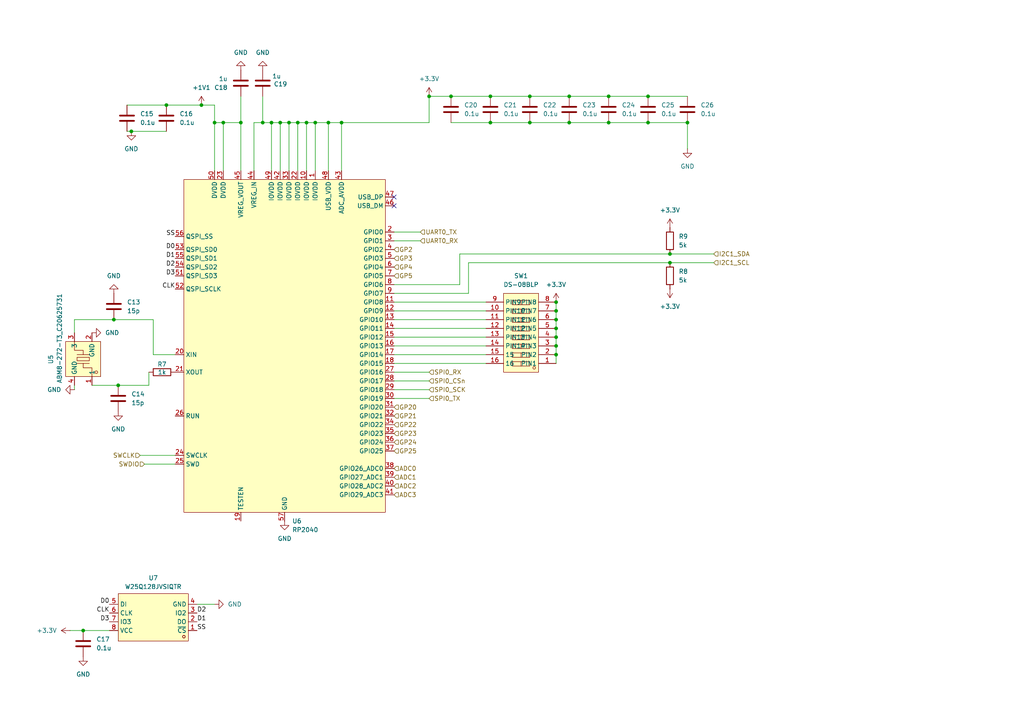
<source format=kicad_sch>
(kicad_sch (version 20231120) (generator "eeschema") (generator_version "8.0")
  (paper "A4")
  (lib_symbols
    (symbol "Device:C" (pin_numbers hide) (pin_names (offset 0.254))
      (property "Reference" "C" (at 0.635 2.54 0))
      (property "Value" "C" (at 0.635 -2.54 0))
      (symbol "C_0_1"
        (polyline (pts (xy -2.032 -0.762) (xy 2.032 -0.762)) (stroke (width 0.508)))
        (polyline (pts (xy -2.032 0.762) (xy 2.032 0.762)) (stroke (width 0.508)))
      )
      (symbol "C_1_1"
        (pin passive line (at 0 3.81 270) (length 2.794) (name "~") (number "1"))
        (pin passive line (at 0 -3.81 90) (length 2.794) (name "~") (number "2"))
      )
    )
    (symbol "Device:R" (pin_numbers hide) (pin_names (offset 0))
      (property "Reference" "R" (at 2.032 0 90))
      (property "Value" "R" (at 0 0 90))
      (symbol "R_0_1"
        (rectangle (start -1.016 -2.54) (end 1.016 2.54) (stroke (width 0.254)))
      )
      (symbol "R_1_1"
        (pin passive line (at 0 3.81 270) (length 1.27) (name "~") (number "1"))
        (pin passive line (at 0 -3.81 90) (length 1.27) (name "~") (number "2"))
      )
    )
    (symbol "PARTS:ABM8-272-T3_C20625731"
      (property "Reference" "U" (at 0 7.62 0))
      (property "Value" "ABM8-272-T3_C20625731" (at 0 -7.62 0))
      (symbol "ABM8-272-T3_C20625731_0_1"
        (rectangle (start -5.08 5.08) (end 5.08 -5.08) (fill (type background)))
        (circle (center -3.81 -3.81) (radius 0.38))
        (rectangle (start -0.51 1.78) (end 0.51 -1.78) (fill (type background)))
        (polyline (pts (xy -1.27 -1.78) (xy -1.27 1.78)))
        (polyline (pts (xy 1.27 -1.78) (xy 1.27 1.78)))
        (polyline (pts (xy -5.08 -2.54) (xy -2.54 -2.54) (xy -2.54 0) (xy -1.27 0)))
        (polyline (pts (xy 5.08 2.54) (xy 2.54 2.54) (xy 2.54 0) (xy 1.27 0)))
        (pin input line (at -7.62 -2.54 0) (length 2.54) (name "1") (number "1"))
        (pin input line (at 7.62 -2.54 180) (length 2.54) (name "GND") (number "2"))
        (pin input line (at 7.62 2.54 180) (length 2.54) (name "3") (number "3"))
        (pin input line (at -7.62 2.54 0) (length 2.54) (name "GND") (number "4"))
      )
    )
    (symbol "PARTS:DS-08BLP"
      (property "Reference" "SW" (at 0 15.24 0))
      (property "Value" "DS-08BLP" (at 0 -15.24 0))
      (symbol "DS-08BLP_0_1"
        (rectangle (start -12.7 5.08) (end 10.16 -5.08) (fill (type background)))
        (circle (center -11.43 -3.81) (radius 0.38))
        (rectangle (start -10.92 2.54) (end -9.65 -2.54) (fill (type background)))
        (rectangle (start -8.38 2.54) (end -7.11 -2.54) (fill (type background)))
        (rectangle (start -5.84 2.54) (end -4.57 -2.54) (fill (type background)))
        (rectangle (start -3.3 2.54) (end -2.03 -2.54) (fill (type background)))
        (rectangle (start -0.76 2.54) (end 0.51 -2.54) (fill (type background)))
        (polyline (pts (xy -10.92 0) (xy -9.65 0)))
        (polyline (pts (xy -8.38 0) (xy -7.11 0)))
        (polyline (pts (xy -5.84 0) (xy -4.57 0)))
        (polyline (pts (xy -3.3 0) (xy -2.03 0)))
        (polyline (pts (xy -0.76 0) (xy 0.51 0)))
        (polyline (pts (xy 1.78 0) (xy 3.05 0)))
        (polyline (pts (xy 4.32 0) (xy 5.59 0)))
        (polyline (pts (xy 6.86 0) (xy 8.13 0)))
        (rectangle (start 1.78 2.54) (end 3.05 -2.54) (fill (type background)))
        (rectangle (start 4.32 2.54) (end 5.59 -2.54) (fill (type background)))
        (rectangle (start 6.86 2.54) (end 8.13 -2.54) (fill (type background)))
        (pin unspecified line (at -10.16 -10.16 90) (length 5.08) (name "PIN1") (number "1"))
        (pin unspecified line (at 5.08 10.16 270) (length 5.08) (name "PIN10") (number "10"))
        (pin unspecified line (at 2.54 10.16 270) (length 5.08) (name "PIN11") (number "11"))
        (pin unspecified line (at 0 10.16 270) (length 5.08) (name "PIN12") (number "12"))
        (pin unspecified line (at -2.54 10.16 270) (length 5.08) (name "PIN13") (number "13"))
        (pin unspecified line (at -5.08 10.16 270) (length 5.08) (name "PIN14") (number "14"))
        (pin unspecified line (at -7.62 10.16 270) (length 5.08) (name "15") (number "15"))
        (pin unspecified line (at -10.16 10.16 270) (length 5.08) (name "16") (number "16"))
        (pin unspecified line (at -7.62 -10.16 90) (length 5.08) (name "PIN2") (number "2"))
        (pin unspecified line (at -5.08 -10.16 90) (length 5.08) (name "PIN3") (number "3"))
        (pin unspecified line (at -2.54 -10.16 90) (length 5.08) (name "PIN4") (number "4"))
        (pin unspecified line (at 0 -10.16 90) (length 5.08) (name "PIN5") (number "5"))
        (pin unspecified line (at 2.54 -10.16 90) (length 5.08) (name "PIN6") (number "6"))
        (pin unspecified line (at 5.08 -10.16 90) (length 5.08) (name "PIN7") (number "7"))
        (pin unspecified line (at 7.62 -10.16 90) (length 5.08) (name "PIN8") (number "8"))
        (pin unspecified line (at 7.62 10.16 270) (length 5.08) (name "PIN9") (number "9"))
      )
    )
    (symbol "PARTS:RP2040"
      (property "Reference" "U" (at 0 58.42 0))
      (property "Value" "RP2040" (at 0 -53.34 0))
      (symbol "RP2040_0_1"
        (rectangle (start -29.21 50.8) (end 29.21 -45.72) (fill (type background)))
        (pin bidirectional line (at 8.89 53.34 270) (length 2.54) (name "IOVDD") (number "1"))
        (pin bidirectional line (at 6.35 53.34 270) (length 2.54) (name "IOVDD") (number "10"))
        (pin bidirectional line (at 31.75 15.24 180) (length 2.54) (name "GPIO8") (number "11"))
        (pin bidirectional line (at 31.75 12.7 180) (length 2.54) (name "GPIO9") (number "12"))
        (pin bidirectional line (at 31.75 10.16 180) (length 2.54) (name "GPIO10") (number "13"))
        (pin bidirectional line (at 31.75 7.62 180) (length 2.54) (name "GPIO11") (number "14"))
        (pin bidirectional line (at 31.75 5.08 180) (length 2.54) (name "GPIO12") (number "15"))
        (pin bidirectional line (at 31.75 2.54 180) (length 2.54) (name "GPIO13") (number "16"))
        (pin bidirectional line (at 31.75 0 180) (length 2.54) (name "GPIO14") (number "17"))
        (pin bidirectional line (at 31.75 -2.54 180) (length 2.54) (name "GPIO15") (number "18"))
        (pin unspecified line (at -12.7 -48.26 90) (length 2.54) (name "TESTEN") (number "19"))
        (pin bidirectional line (at 31.75 35.56 180) (length 2.54) (name "GPIO0") (number "2"))
        (pin input line (at -31.75 0 0) (length 2.54) (name "XIN") (number "20"))
        (pin unspecified line (at -31.75 -5.08 0) (length 2.54) (name "XOUT") (number "21"))
        (pin bidirectional line (at 3.81 53.34 270) (length 2.54) (name "IOVDD") (number "22"))
        (pin bidirectional line (at -17.78 53.34 270) (length 2.54) (name "DVDD") (number "23"))
        (pin output line (at -31.75 -29.21 0) (length 2.54) (name "SWCLK") (number "24"))
        (pin bidirectional line (at -31.75 -31.75 0) (length 2.54) (name "SWD") (number "25"))
        (pin input line (at -31.75 -17.78 0) (length 2.54) (name "RUN") (number "26"))
        (pin bidirectional line (at 31.75 -5.08 180) (length 2.54) (name "GPIO16") (number "27"))
        (pin bidirectional line (at 31.75 -7.62 180) (length 2.54) (name "GPIO17") (number "28"))
        (pin bidirectional line (at 31.75 -10.16 180) (length 2.54) (name "GPIO18") (number "29"))
        (pin bidirectional line (at 31.75 33.02 180) (length 2.54) (name "GPIO1") (number "3"))
        (pin bidirectional line (at 31.75 -12.7 180) (length 2.54) (name "GPIO19") (number "30"))
        (pin bidirectional line (at 31.75 -15.24 180) (length 2.54) (name "GPIO20") (number "31"))
        (pin bidirectional line (at 31.75 -17.78 180) (length 2.54) (name "GPIO21") (number "32"))
        (pin bidirectional line (at 1.27 53.34 270) (length 2.54) (name "IOVDD") (number "33"))
        (pin bidirectional line (at 31.75 -20.32 180) (length 2.54) (name "GPIO22") (number "34"))
        (pin bidirectional line (at 31.75 -22.86 180) (length 2.54) (name "GPIO23") (number "35"))
        (pin bidirectional line (at 31.75 -25.4 180) (length 2.54) (name "GPIO24") (number "36"))
        (pin bidirectional line (at 31.75 -27.94 180) (length 2.54) (name "GPIO25") (number "37"))
        (pin bidirectional line (at 31.75 -33.02 180) (length 2.54) (name "GPIO26_ADC0") (number "38"))
        (pin bidirectional line (at 31.75 -35.56 180) (length 2.54) (name "GPIO27_ADC1") (number "39"))
        (pin bidirectional line (at 31.75 30.48 180) (length 2.54) (name "GPIO2") (number "4"))
        (pin bidirectional line (at 31.75 -38.1 180) (length 2.54) (name "GPIO28_ADC2") (number "40"))
        (pin bidirectional line (at 31.75 -40.64 180) (length 2.54) (name "GPIO29_ADC3") (number "41"))
        (pin bidirectional line (at -1.27 53.34 270) (length 2.54) (name "IOVDD") (number "42"))
        (pin bidirectional line (at 16.51 53.34 270) (length 2.54) (name "ADC_AVDD") (number "43"))
        (pin bidirectional line (at -8.89 53.34 270) (length 2.54) (name "VREG_IN") (number "44"))
        (pin bidirectional line (at -12.7 53.34 270) (length 2.54) (name "VREG_VOUT") (number "45"))
        (pin bidirectional line (at 31.75 43.18 180) (length 2.54) (name "USB_DM") (number "46"))
        (pin bidirectional line (at 31.75 45.72 180) (length 2.54) (name "USB_DP") (number "47"))
        (pin bidirectional line (at 12.7 53.34 270) (length 2.54) (name "USB_VDD") (number "48"))
        (pin bidirectional line (at -3.81 53.34 270) (length 2.54) (name "IOVDD") (number "49"))
        (pin bidirectional line (at 31.75 27.94 180) (length 2.54) (name "GPIO3") (number "5"))
        (pin bidirectional line (at -20.32 53.34 270) (length 2.54) (name "DVDD") (number "50"))
        (pin bidirectional line (at -31.75 22.86 0) (length 2.54) (name "QSPI_SD3") (number "51"))
        (pin output line (at -31.75 19.05 0) (length 2.54) (name "QSPI_SCLK") (number "52"))
        (pin bidirectional line (at -31.75 30.48 0) (length 2.54) (name "QSPI_SD0") (number "53"))
        (pin bidirectional line (at -31.75 25.4 0) (length 2.54) (name "QSPI_SD2") (number "54"))
        (pin bidirectional line (at -31.75 27.94 0) (length 2.54) (name "QSPI_SD1") (number "55"))
        (pin bidirectional line (at -31.75 34.29 0) (length 2.54) (name "QSPI_SS") (number "56"))
        (pin bidirectional line (at 0 -48.26 90) (length 2.54) (name "GND") (number "57"))
        (pin bidirectional line (at 31.75 25.4 180) (length 2.54) (name "GPIO4") (number "6"))
        (pin bidirectional line (at 31.75 22.86 180) (length 2.54) (name "GPIO5") (number "7"))
        (pin bidirectional line (at 31.75 20.32 180) (length 2.54) (name "GPIO6") (number "8"))
        (pin bidirectional line (at 31.75 17.78 180) (length 2.54) (name "GPIO7") (number "9"))
      )
    )
    (symbol "PARTS:W25Q128JVSIQTR"
      (property "Reference" "U" (at 0 8.89 0))
      (property "Value" "W25Q128JVSIQTR" (at 0 -8.89 0))
      (symbol "W25Q128JVSIQTR_0_1"
        (rectangle (start -10.16 6.86) (end 10.16 -6.86) (fill (type background)))
        (circle (center -8.89 5.59) (radius 0.38))
        (circle (center -8.89 5.59) (radius 0.38))
        (pin unspecified line (at -12.7 3.81 0) (length 2.54) (name "~{CS}") (number "1"))
        (pin unspecified line (at -12.7 1.27 0) (length 2.54) (name "DO") (number "2"))
        (pin unspecified line (at -12.7 -1.27 0) (length 2.54) (name "IO2") (number "3"))
        (pin unspecified line (at -12.7 -3.81 0) (length 2.54) (name "GND") (number "4"))
        (pin unspecified line (at 12.7 -3.81 180) (length 2.54) (name "DI") (number "5"))
        (pin unspecified line (at 12.7 -1.27 180) (length 2.54) (name "CLK") (number "6"))
        (pin unspecified line (at 12.7 1.27 180) (length 2.54) (name "IO3") (number "7"))
        (pin unspecified line (at 12.7 3.81 180) (length 2.54) (name "VCC") (number "8"))
      )
    )
    (symbol "power:+1V1" (power) (pin_numbers hide) (pin_names (offset 0) hide)
      (property "Value" "+1V1" (at 0 3.556 0))
      (symbol "+1V1_0_1"
        (polyline (pts (xy -0.762 1.27) (xy 0 2.54)))
        (polyline (pts (xy 0 0) (xy 0 2.54)))
        (polyline (pts (xy 0 2.54) (xy 0.762 1.27)))
      )
      (symbol "+1V1_1_1"
        (pin power_in line (at 0 0 90) (length 0) (name "~") (number "1"))
      )
    )
    (symbol "power:+3.3V" (power) (pin_numbers hide) (pin_names (offset 0) hide)
      (property "Value" "+3.3V" (at 0 3.556 0))
      (symbol "+3.3V_0_1"
        (polyline (pts (xy -0.762 1.27) (xy 0 2.54)))
        (polyline (pts (xy 0 0) (xy 0 2.54)))
        (polyline (pts (xy 0 2.54) (xy 0.762 1.27)))
      )
      (symbol "+3.3V_1_1"
        (pin power_in line (at 0 0 90) (length 0) (name "~") (number "1"))
      )
    )
    (symbol "power:GND" (power) (pin_numbers hide) (pin_names (offset 0) hide)
      (property "Value" "GND" (at 0 -3.81 0))
      (symbol "GND_0_1"
        (polyline (pts (xy 0 0) (xy 0 -1.27) (xy 1.27 -1.27) (xy 0 -2.54) (xy -1.27 -1.27) (xy 0 -1.27)))
      )
      (symbol "GND_1_1"
        (pin power_in line (at 0 0 270) (length 0) (name "~") (number "1"))
      )
    )
  )
  (junction (at 165.1 27.94))
  (junction (at 78.74 35.56))
  (junction (at 76.2 35.56))
  (junction (at 24.13 182.88))
  (junction (at 142.24 27.94))
  (junction (at 99.06 35.56))
  (junction (at 153.67 35.56))
  (junction (at 194.31 76.2))
  (junction (at 176.53 27.94))
  (junction (at 91.44 35.56))
  (junction (at 83.82 35.56))
  (junction (at 95.25 35.56))
  (junction (at 161.29 92.71))
  (junction (at 153.67 27.94))
  (junction (at 199.39 35.56))
  (junction (at 58.42 30.48))
  (junction (at 33.02 92.71))
  (junction (at 88.9 35.56))
  (junction (at 38.1 38.1))
  (junction (at 130.81 27.94))
  (junction (at 176.53 35.56))
  (junction (at 48.26 30.48))
  (junction (at 142.24 35.56))
  (junction (at 161.29 102.87))
  (junction (at 187.96 35.56))
  (junction (at 161.29 100.33))
  (junction (at 161.29 95.25))
  (junction (at 165.1 35.56))
  (junction (at 69.85 35.56))
  (junction (at 161.29 87.63))
  (junction (at 62.23 35.56))
  (junction (at 124.46 27.94))
  (junction (at 161.29 97.79))
  (junction (at 194.31 73.66))
  (junction (at 86.36 35.56))
  (junction (at 187.96 27.94))
  (junction (at 81.28 35.56))
  (junction (at 161.29 90.17))
  (junction (at 34.29 111.76))
  (junction (at 64.77 35.56))
  (no_connect (at 114.3 59.69))
  (no_connect (at 114.3 57.15))
  (wire (pts (xy 83.82 35.56) (xy 83.82 49.53)))
  (wire (pts (xy 161.29 92.71) (xy 161.29 95.25)))
  (wire (pts (xy 161.29 102.87) (xy 161.29 105.41)))
  (wire (pts (xy 114.3 115.57) (xy 124.46 115.57)))
  (wire (pts (xy 43.18 111.76) (xy 43.18 107.95)))
  (wire (pts (xy 26.67 111.76) (xy 34.29 111.76)))
  (wire (pts (xy 36.83 30.48) (xy 48.26 30.48)))
  (wire (pts (xy 114.3 113.03) (xy 124.46 113.03)))
  (wire (pts (xy 176.53 35.56) (xy 187.96 35.56)))
  (wire (pts (xy 73.66 35.56) (xy 76.2 35.56)))
  (wire (pts (xy 86.36 35.56) (xy 86.36 49.53)))
  (wire (pts (xy 40.64 132.08) (xy 50.8 132.08)))
  (wire (pts (xy 78.74 35.56) (xy 78.74 49.53)))
  (wire (pts (xy 133.35 73.66) (xy 133.35 82.55)))
  (wire (pts (xy 140.97 100.33) (xy 114.3 100.33)))
  (wire (pts (xy 124.46 27.94) (xy 124.46 35.56)))
  (wire (pts (xy 50.8 102.87) (xy 44.45 102.87)))
  (wire (pts (xy 142.24 35.56) (xy 153.67 35.56)))
  (wire (pts (xy 44.45 102.87) (xy 44.45 92.71)))
  (wire (pts (xy 41.91 134.62) (xy 50.8 134.62)))
  (wire (pts (xy 140.97 97.79) (xy 114.3 97.79)))
  (wire (pts (xy 33.02 92.71) (xy 21.59 92.71)))
  (wire (pts (xy 20.32 182.88) (xy 24.13 182.88)))
  (wire (pts (xy 99.06 49.53) (xy 99.06 35.56)))
  (wire (pts (xy 95.25 35.56) (xy 95.25 49.53)))
  (wire (pts (xy 34.29 111.76) (xy 43.18 111.76)))
  (wire (pts (xy 130.81 27.94) (xy 142.24 27.94)))
  (wire (pts (xy 64.77 49.53) (xy 64.77 35.56)))
  (wire (pts (xy 69.85 27.94) (xy 69.85 35.56)))
  (wire (pts (xy 161.29 90.17) (xy 161.29 92.71)))
  (wire (pts (xy 114.3 85.09) (xy 135.89 85.09)))
  (wire (pts (xy 81.28 35.56) (xy 83.82 35.56)))
  (wire (pts (xy 207.01 73.66) (xy 194.31 73.66)))
  (wire (pts (xy 73.66 49.53) (xy 73.66 35.56)))
  (wire (pts (xy 88.9 35.56) (xy 91.44 35.56)))
  (wire (pts (xy 99.06 35.56) (xy 124.46 35.56)))
  (wire (pts (xy 78.74 35.56) (xy 81.28 35.56)))
  (wire (pts (xy 165.1 35.56) (xy 176.53 35.56)))
  (wire (pts (xy 140.97 87.63) (xy 114.3 87.63)))
  (wire (pts (xy 88.9 35.56) (xy 88.9 49.53)))
  (wire (pts (xy 62.23 35.56) (xy 62.23 49.53)))
  (wire (pts (xy 62.23 175.26) (xy 57.15 175.26)))
  (wire (pts (xy 36.83 38.1) (xy 38.1 38.1)))
  (wire (pts (xy 91.44 35.56) (xy 95.25 35.56)))
  (wire (pts (xy 62.23 30.48) (xy 62.23 35.56)))
  (wire (pts (xy 24.13 182.88) (xy 31.75 182.88)))
  (wire (pts (xy 142.24 27.94) (xy 153.67 27.94)))
  (wire (pts (xy 140.97 90.17) (xy 114.3 90.17)))
  (wire (pts (xy 176.53 27.94) (xy 187.96 27.94)))
  (wire (pts (xy 140.97 105.41) (xy 114.3 105.41)))
  (wire (pts (xy 130.81 35.56) (xy 142.24 35.56)))
  (wire (pts (xy 121.92 69.85) (xy 114.3 69.85)))
  (wire (pts (xy 64.77 35.56) (xy 69.85 35.56)))
  (wire (pts (xy 140.97 92.71) (xy 114.3 92.71)))
  (wire (pts (xy 161.29 87.63) (xy 161.29 90.17)))
  (wire (pts (xy 140.97 102.87) (xy 114.3 102.87)))
  (wire (pts (xy 21.59 113.03) (xy 21.59 111.76)))
  (wire (pts (xy 69.85 35.56) (xy 69.85 49.53)))
  (wire (pts (xy 194.31 73.66) (xy 133.35 73.66)))
  (wire (pts (xy 130.81 27.94) (xy 124.46 27.94)))
  (wire (pts (xy 76.2 27.94) (xy 76.2 35.56)))
  (wire (pts (xy 121.92 67.31) (xy 114.3 67.31)))
  (wire (pts (xy 81.28 35.56) (xy 81.28 49.53)))
  (wire (pts (xy 114.3 110.49) (xy 124.46 110.49)))
  (wire (pts (xy 153.67 27.94) (xy 165.1 27.94)))
  (wire (pts (xy 86.36 35.56) (xy 88.9 35.56)))
  (wire (pts (xy 135.89 76.2) (xy 135.89 85.09)))
  (wire (pts (xy 161.29 97.79) (xy 161.29 100.33)))
  (wire (pts (xy 140.97 95.25) (xy 114.3 95.25)))
  (wire (pts (xy 83.82 35.56) (xy 86.36 35.56)))
  (wire (pts (xy 58.42 30.48) (xy 62.23 30.48)))
  (wire (pts (xy 187.96 27.94) (xy 199.39 27.94)))
  (wire (pts (xy 199.39 43.18) (xy 199.39 35.56)))
  (wire (pts (xy 21.59 92.71) (xy 21.59 96.52)))
  (wire (pts (xy 135.89 76.2) (xy 194.31 76.2)))
  (wire (pts (xy 153.67 35.56) (xy 165.1 35.56)))
  (wire (pts (xy 48.26 30.48) (xy 58.42 30.48)))
  (wire (pts (xy 194.31 76.2) (xy 207.01 76.2)))
  (wire (pts (xy 187.96 35.56) (xy 199.39 35.56)))
  (wire (pts (xy 114.3 107.95) (xy 124.46 107.95)))
  (wire (pts (xy 161.29 100.33) (xy 161.29 102.87)))
  (wire (pts (xy 133.35 82.55) (xy 114.3 82.55)))
  (wire (pts (xy 76.2 35.56) (xy 78.74 35.56)))
  (wire (pts (xy 64.77 35.56) (xy 62.23 35.56)))
  (wire (pts (xy 38.1 38.1) (xy 48.26 38.1)))
  (wire (pts (xy 161.29 95.25) (xy 161.29 97.79)))
  (wire (pts (xy 44.45 92.71) (xy 33.02 92.71)))
  (wire (pts (xy 95.25 35.56) (xy 99.06 35.56)))
  (wire (pts (xy 165.1 27.94) (xy 176.53 27.94)))
  (wire (pts (xy 91.44 35.56) (xy 91.44 49.53)))
  (label "D1" (at 57.15 180.34 0))
  (label "D1" (at 50.8 74.93 180))
  (label "CLK" (at 31.75 177.8 180))
  (label "D0" (at 31.75 175.26 180))
  (label "D2" (at 50.8 77.47 180))
  (label "D0" (at 50.8 72.39 180))
  (label "SS" (at 50.8 68.58 180))
  (label "D3" (at 50.8 80.01 180))
  (label "CLK" (at 50.8 83.82 180))
  (label "D3" (at 31.75 180.34 180))
  (label "D2" (at 57.15 177.8 0))
  (label "SS" (at 57.15 182.88 0))
  (hierarchical_label "GP5" (shape input) (at 114.3 80.01 0))
  (hierarchical_label "GP20" (shape input) (at 114.3 118.11 0))
  (hierarchical_label "I2C1_SCL" (shape input) (at 207.01 76.2 0))
  (hierarchical_label "GP3" (shape input) (at 114.3 74.93 0))
  (hierarchical_label "SPI0_CSn" (shape input) (at 124.46 110.49 0))
  (hierarchical_label "SPI0_TX" (shape input) (at 124.46 115.57 0))
  (hierarchical_label "SPI0_SCK" (shape input) (at 124.46 113.03 0))
  (hierarchical_label "GP2" (shape input) (at 114.3 72.39 0))
  (hierarchical_label "UART0_RX" (shape input) (at 121.92 69.85 0))
  (hierarchical_label "ADC3" (shape input) (at 114.3 143.51 0))
  (hierarchical_label "GP22" (shape input) (at 114.3 123.19 0))
  (hierarchical_label "GP24" (shape input) (at 114.3 128.27 0))
  (hierarchical_label "SPI0_RX" (shape input) (at 124.46 107.95 0))
  (hierarchical_label "ADC0" (shape input) (at 114.3 135.89 0))
  (hierarchical_label "GP4" (shape input) (at 114.3 77.47 0))
  (hierarchical_label "GP21" (shape input) (at 114.3 120.65 0))
  (hierarchical_label "ADC2" (shape input) (at 114.3 140.97 0))
  (hierarchical_label "I2C1_SDA" (shape input) (at 207.01 73.66 0))
  (hierarchical_label "GP25" (shape input) (at 114.3 130.81 0))
  (hierarchical_label "GP23" (shape input) (at 114.3 125.73 0))
  (hierarchical_label "ADC1" (shape input) (at 114.3 138.43 0))
  (hierarchical_label "SWCLK" (shape input) (at 40.64 132.08 180))
  (hierarchical_label "UART0_TX" (shape input) (at 121.92 67.31 0))
  (hierarchical_label "SWDIO" (shape input) (at 41.91 134.62 180))
  (symbol (lib_id "power:GND") (at 62.23 175.26 90) (unit 1)
    (property "Reference" "#PWR037" (effects (hide yes)))
    (property "Value" "GND" (at 66.04 175.2599 90) (effects (justify right)))
    (property "Description" "Power symbol creates a global label with name \"GND\" , ground" (effects (hide yes)))
  )
  (symbol (lib_id "power:GND") (at 33.02 85.09 180) (unit 1)
    (property "Reference" "#PWR028" (effects (hide yes)))
    (property "Value" "GND" (at 33.02 80.01 0))
    (property "Description" "Power symbol creates a global label with name \"GND\" , ground" (effects (hide yes)))
  )
  (symbol (lib_id "power:+3.3V") (at 194.31 83.82 180) (unit 1)
    (property "Reference" "#PWR042" (effects (hide yes)))
    (property "Value" "+3.3V" (at 194.31 88.9 0))
    (property "Description" "Power symbol creates a global label with name \"+3.3V\"" (effects (hide yes)))
  )
  (symbol (lib_id "Device:R") (at 194.31 80.01 0) (unit 1)
    (property "Reference" "R8" (at 196.85 78.7399 0) (effects (justify left)))
    (property "Value" "5k" (at 196.85 81.2799 0) (effects (justify left)))
    (property "Footprint" "Resistor_SMD:R_0805_2012Metric_Pad1.20x1.40mm_HandSolder" (effects (hide yes)))
  )
  (symbol (lib_id "power:+3.3V") (at 161.29 87.63 0) (unit 1)
    (property "Reference" "#PWR040" (effects (hide yes)))
    (property "Value" "+3.3V" (at 161.29 82.55 0))
    (property "Description" "Power symbol creates a global label with name \"+3.3V\"" (effects (hide yes)))
  )
  (symbol (lib_id "Device:C") (at 34.29 115.57 180) (unit 1)
    (property "Reference" "C14" (at 38.1 114.2999 0) (effects (justify right)))
    (property "Value" "15p" (at 38.1 116.8399 0) (effects (justify right)))
    (property "Footprint" "Capacitor_SMD:C_0805_2012Metric_Pad1.18x1.45mm_HandSolder" (effects (hide yes)))
  )
  (symbol (lib_id "power:+3.3V") (at 194.31 66.04 0) (unit 1)
    (property "Reference" "#PWR041" (effects (hide yes)))
    (property "Value" "+3.3V" (at 194.31 60.96 0))
    (property "Description" "Power symbol creates a global label with name \"+3.3V\"" (effects (hide yes)))
  )
  (symbol (lib_id "Device:C") (at 69.85 24.13 0) (unit 1)
    (property "Reference" "C18" (at 66.04 25.4001 0) (effects (justify right)))
    (property "Value" "1u" (at 66.04 22.8601 0) (effects (justify right)))
    (property "Footprint" "Capacitor_SMD:C_0805_2012Metric_Pad1.18x1.45mm_HandSolder" (effects (hide yes)))
  )
  (symbol (lib_id "Device:C") (at 142.24 31.75 180) (unit 1)
    (property "Reference" "C21" (at 146.05 30.4799 0) (effects (justify right)))
    (property "Value" "0.1u" (at 146.05 33.0199 0) (effects (justify right)))
    (property "Footprint" "Capacitor_SMD:C_0805_2012Metric_Pad1.18x1.45mm_HandSolder" (effects (hide yes)))
  )
  (symbol (lib_id "power:+3.3V") (at 124.46 27.94 0) (unit 1)
    (property "Reference" "#PWR038" (effects (hide yes)))
    (property "Value" "+3.3V" (at 124.46 22.86 0))
    (property "Description" "Power symbol creates a global label with name \"+3.3V\"" (effects (hide yes)))
  )
  (symbol (lib_id "Device:R") (at 194.31 69.85 0) (unit 1)
    (property "Reference" "R9" (at 196.85 68.5799 0) (effects (justify left)))
    (property "Value" "5k" (at 196.85 71.1199 0) (effects (justify left)))
    (property "Footprint" "Resistor_SMD:R_0805_2012Metric_Pad1.20x1.40mm_HandSolder" (effects (hide yes)))
  )
  (symbol (lib_id "power:GND") (at 21.59 113.03 270) (unit 1)
    (property "Reference" "#PWR026" (effects (hide yes)))
    (property "Value" "GND" (at 17.78 113.0299 90) (effects (justify right)))
    (property "Description" "Power symbol creates a global label with name \"GND\" , ground" (effects (hide yes)))
  )
  (symbol (lib_id "Device:C") (at 199.39 31.75 180) (unit 1)
    (property "Reference" "C26" (at 203.2 30.4799 0) (effects (justify right)))
    (property "Value" "0.1u" (at 203.2 33.0199 0) (effects (justify right)))
    (property "Footprint" "Capacitor_SMD:C_0805_2012Metric_Pad1.18x1.45mm_HandSolder" (effects (hide yes)))
  )
  (symbol (lib_id "Device:C") (at 187.96 31.75 180) (unit 1)
    (property "Reference" "C25" (at 191.77 30.4799 0) (effects (justify right)))
    (property "Value" "0.1u" (at 191.77 33.0199 0) (effects (justify right)))
    (property "Footprint" "Capacitor_SMD:C_0805_2012Metric_Pad1.18x1.45mm_HandSolder" (effects (hide yes)))
  )
  (symbol (lib_id "Device:C") (at 36.83 34.29 180) (unit 1)
    (property "Reference" "C15" (at 40.64 33.0199 0) (effects (justify right)))
    (property "Value" "0.1u" (at 40.64 35.5599 0) (effects (justify right)))
    (property "Footprint" "Capacitor_SMD:C_0805_2012Metric_Pad1.18x1.45mm_HandSolder" (effects (hide yes)))
  )
  (symbol (lib_id "Device:C") (at 76.2 24.13 0) (unit 1)
    (property "Reference" "C19" (at 83.312 24.384 0) (effects (justify right)))
    (property "Value" "1u" (at 81.534 22.098 0) (effects (justify right)))
    (property "Footprint" "Capacitor_SMD:C_0805_2012Metric_Pad1.18x1.45mm_HandSolder" (effects (hide yes)))
  )
  (symbol (lib_id "Device:C") (at 153.67 31.75 180) (unit 1)
    (property "Reference" "C22" (at 157.48 30.4799 0) (effects (justify right)))
    (property "Value" "0.1u" (at 157.48 33.0199 0) (effects (justify right)))
    (property "Footprint" "Capacitor_SMD:C_0805_2012Metric_Pad1.18x1.45mm_HandSolder" (effects (hide yes)))
  )
  (symbol (lib_id "PARTS:ABM8-272-T3_C20625731") (at 24.13 104.14 90) (unit 1)
    (property "Reference" "U5" (at 14.732 102.87 0) (effects (justify right)))
    (property "Value" "ABM8-272-T3_C20625731" (at 17.272 85.09 0) (effects (justify right)))
    (property "Footprint" "PARTS:CRYSTAL-SMD_4P-L3.2-W2.5-BL" (effects (hide yes)))
    (property "LCSC Part" "C20625731" (effects (hide yes)))
  )
  (symbol (lib_id "Device:C") (at 33.02 88.9 180) (unit 1)
    (property "Reference" "C13" (at 36.83 87.6299 0) (effects (justify right)))
    (property "Value" "15p" (at 36.83 90.1699 0) (effects (justify right)))
    (property "Footprint" "Capacitor_SMD:C_0805_2012Metric_Pad1.18x1.45mm_HandSolder" (effects (hide yes)))
  )
  (symbol (lib_id "PARTS:W25Q128JVSIQTR") (at 44.45 179.07 180) (unit 1)
    (property "Reference" "U7" (at 44.45 167.64 0))
    (property "Value" "W25Q128JVSIQTR" (at 44.45 170.18 0))
    (property "Footprint" "PARTS:SOIC-8_L5.3-W5.3-P1.27-LS8.0-BL" (effects (hide yes)))
    (property "Datasheet" "https://lcsc.com/product-detail/FLASH_W25Q128JVSIQTR_C97521.html" (effects (hide yes)))
    (property "LCSC Part" "C97521" (effects (hide yes)))
  )
  (symbol (lib_id "power:GND") (at 26.67 96.52 90) (unit 1)
    (property "Reference" "#PWR027" (effects (hide yes)))
    (property "Value" "GND" (at 30.48 96.5199 90) (effects (justify right)))
    (property "Description" "Power symbol creates a global label with name \"GND\" , ground" (effects (hide yes)))
  )
  (symbol (lib_id "Device:R") (at 46.99 107.95 90) (unit 1)
    (property "Reference" "R7" (at 46.99 105.664 90))
    (property "Value" "1k" (at 46.99 107.95 90))
    (property "Footprint" "Resistor_SMD:R_0805_2012Metric_Pad1.20x1.40mm_HandSolder" (effects (hide yes)))
  )
  (symbol (lib_id "Device:C") (at 48.26 34.29 180) (unit 1)
    (property "Reference" "C16" (at 52.07 33.0199 0) (effects (justify right)))
    (property "Value" "0.1u" (at 52.07 35.5599 0) (effects (justify right)))
    (property "Footprint" "Capacitor_SMD:C_0805_2012Metric_Pad1.18x1.45mm_HandSolder" (effects (hide yes)))
  )
  (symbol (lib_id "PARTS:RP2040") (at 82.55 102.87 0) (unit 1)
    (property "Reference" "U6" (at 84.7441 151.13 0) (effects (justify left)))
    (property "Value" "RP2040" (at 84.7441 153.67 0) (effects (justify left)))
    (property "Footprint" "PARTS:LQFN-56_L7.0-W7.0-P0.4-EP" (effects (hide yes)))
    (property "LCSC Part" "C2040" (effects (hide yes)))
  )
  (symbol (lib_id "power:GND") (at 82.55 151.13 0) (unit 1)
    (property "Reference" "#PWR036" (effects (hide yes)))
    (property "Value" "GND" (at 82.55 156.21 0))
    (property "Description" "Power symbol creates a global label with name \"GND\" , ground" (effects (hide yes)))
  )
  (symbol (lib_id "Device:C") (at 165.1 31.75 180) (unit 1)
    (property "Reference" "C23" (at 168.91 30.4799 0) (effects (justify right)))
    (property "Value" "0.1u" (at 168.91 33.0199 0) (effects (justify right)))
    (property "Footprint" "Capacitor_SMD:C_0805_2012Metric_Pad1.18x1.45mm_HandSolder" (effects (hide yes)))
  )
  (symbol (lib_id "Device:C") (at 130.81 31.75 180) (unit 1)
    (property "Reference" "C20" (at 134.62 30.4799 0) (effects (justify right)))
    (property "Value" "0.1u" (at 134.62 33.0199 0) (effects (justify right)))
    (property "Footprint" "Capacitor_SMD:C_0805_2012Metric_Pad1.18x1.45mm_HandSolder" (effects (hide yes)))
  )
  (symbol (lib_id "Device:C") (at 176.53 31.75 180) (unit 1)
    (property "Reference" "C24" (at 180.34 30.4799 0) (effects (justify right)))
    (property "Value" "0.1u" (at 180.34 33.0199 0) (effects (justify right)))
    (property "Footprint" "Capacitor_SMD:C_0805_2012Metric_Pad1.18x1.45mm_HandSolder" (effects (hide yes)))
  )
  (symbol (lib_id "power:GND") (at 76.2 20.32 180) (unit 1)
    (property "Reference" "#PWR035" (effects (hide yes)))
    (property "Value" "GND" (at 76.2 15.24 0))
    (property "Description" "Power symbol creates a global label with name \"GND\" , ground" (effects (hide yes)))
  )
  (symbol (lib_id "power:+3.3V") (at 20.32 182.88 90) (unit 1)
    (property "Reference" "#PWR032" (effects (hide yes)))
    (property "Value" "+3.3V" (at 16.51 182.8799 90) (effects (justify left)))
    (property "Description" "Power symbol creates a global label with name \"+3.3V\"" (effects (hide yes)))
  )
  (symbol (lib_id "power:GND") (at 24.13 190.5 0) (unit 1)
    (property "Reference" "#PWR033" (effects (hide yes)))
    (property "Value" "GND" (at 24.13 195.58 0))
    (property "Description" "Power symbol creates a global label with name \"GND\" , ground" (effects (hide yes)))
  )
  (symbol (lib_id "PARTS:DS-08BLP") (at 151.13 95.25 90) (unit 1)
    (property "Reference" "SW1" (at 151.13 80.01 90))
    (property "Value" "DS-08BLP" (at 151.13 82.55 90))
    (property "Footprint" "PARTS:SW-TH_16P-L21.9-W9.9-P2.54-LS7.6" (effects (hide yes)))
    (property "Datasheet" "https://lcsc.com/product-detail/DIP-Switches_XKB-Connectivity-DS-08BLP_C692506.html" (effects (hide yes)))
    (property "LCSC Part" "C692506" (effects (hide yes)))
  )
  (symbol (lib_id "power:GND") (at 199.39 43.18 0) (unit 1)
    (property "Reference" "#PWR039" (effects (hide yes)))
    (property "Value" "GND" (at 199.39 48.26 0))
    (property "Description" "Power symbol creates a global label with name \"GND\" , ground" (effects (hide yes)))
  )
  (symbol (lib_id "power:GND") (at 69.85 20.32 180) (unit 1)
    (property "Reference" "#PWR034" (effects (hide yes)))
    (property "Value" "GND" (at 69.85 15.24 0))
    (property "Description" "Power symbol creates a global label with name \"GND\" , ground" (effects (hide yes)))
  )
  (symbol (lib_id "power:GND") (at 38.1 38.1 0) (unit 1)
    (property "Reference" "#PWR030" (effects (hide yes)))
    (property "Value" "GND" (at 38.1 43.18 0))
    (property "Description" "Power symbol creates a global label with name \"GND\" , ground" (effects (hide yes)))
  )
  (symbol (lib_id "power:GND") (at 34.29 119.38 0) (unit 1)
    (property "Reference" "#PWR029" (effects (hide yes)))
    (property "Value" "GND" (at 34.29 124.46 0))
    (property "Description" "Power symbol creates a global label with name \"GND\" , ground" (effects (hide yes)))
  )
  (symbol (lib_id "power:+1V1") (at 58.42 30.48 0) (unit 1)
    (property "Reference" "#PWR031" (effects (hide yes)))
    (property "Value" "+1V1" (at 58.42 25.4 0))
    (property "Description" "Power symbol creates a global label with name \"+1V1\"" (effects (hide yes)))
  )
  (symbol (lib_id "Device:C") (at 24.13 186.69 180) (unit 1)
    (property "Reference" "C17" (at 27.94 185.4199 0) (effects (justify right)))
    (property "Value" "0.1u" (at 27.94 187.9599 0) (effects (justify right)))
    (property "Footprint" "Capacitor_SMD:C_0805_2012Metric_Pad1.18x1.45mm_HandSolder" (effects (hide yes)))
  )
)
</source>
